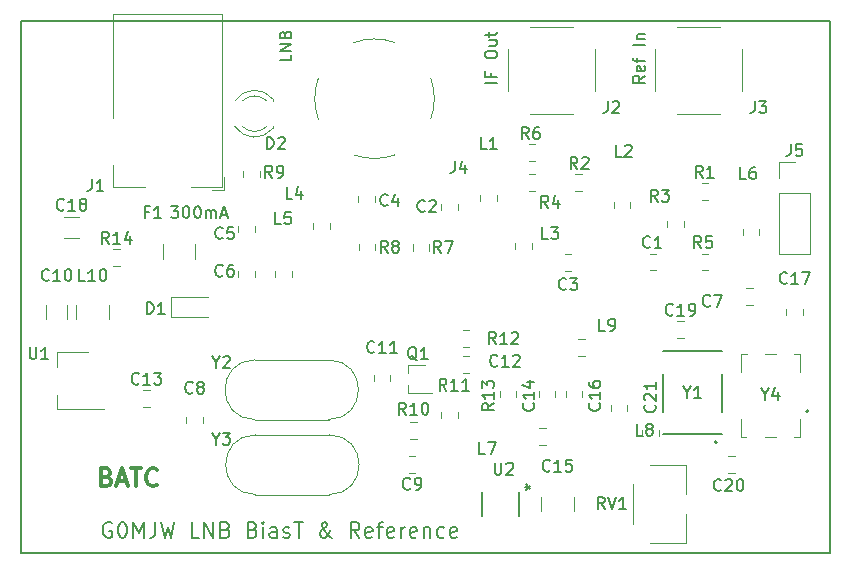
<source format=gbr>
%TF.GenerationSoftware,KiCad,Pcbnew,(5.1.2)-2*%
%TF.CreationDate,2019-08-18T23:04:57+01:00*%
%TF.ProjectId,ReferenceBias,52656665-7265-46e6-9365-426961732e6b,rev?*%
%TF.SameCoordinates,Original*%
%TF.FileFunction,Legend,Top*%
%TF.FilePolarity,Positive*%
%FSLAX46Y46*%
G04 Gerber Fmt 4.6, Leading zero omitted, Abs format (unit mm)*
G04 Created by KiCad (PCBNEW (5.1.2)-2) date 2019-08-18 23:04:57*
%MOMM*%
%LPD*%
G04 APERTURE LIST*
%ADD10C,0.375000*%
%ADD11C,0.200000*%
%ADD12C,0.150000*%
%ADD13C,0.120000*%
%ADD14C,0.100000*%
%ADD15C,0.127000*%
%ADD16C,0.152400*%
G04 APERTURE END LIST*
D10*
X35734857Y-147593857D02*
X35949142Y-147665285D01*
X36020571Y-147736714D01*
X36092000Y-147879571D01*
X36092000Y-148093857D01*
X36020571Y-148236714D01*
X35949142Y-148308142D01*
X35806285Y-148379571D01*
X35234857Y-148379571D01*
X35234857Y-146879571D01*
X35734857Y-146879571D01*
X35877714Y-146951000D01*
X35949142Y-147022428D01*
X36020571Y-147165285D01*
X36020571Y-147308142D01*
X35949142Y-147451000D01*
X35877714Y-147522428D01*
X35734857Y-147593857D01*
X35234857Y-147593857D01*
X36663428Y-147951000D02*
X37377714Y-147951000D01*
X36520571Y-148379571D02*
X37020571Y-146879571D01*
X37520571Y-148379571D01*
X37806285Y-146879571D02*
X38663428Y-146879571D01*
X38234857Y-148379571D02*
X38234857Y-146879571D01*
X40020571Y-148236714D02*
X39949142Y-148308142D01*
X39734857Y-148379571D01*
X39592000Y-148379571D01*
X39377714Y-148308142D01*
X39234857Y-148165285D01*
X39163428Y-148022428D01*
X39092000Y-147736714D01*
X39092000Y-147522428D01*
X39163428Y-147236714D01*
X39234857Y-147093857D01*
X39377714Y-146951000D01*
X39592000Y-146879571D01*
X39734857Y-146879571D01*
X39949142Y-146951000D01*
X40020571Y-147022428D01*
D11*
X41180047Y-124674380D02*
X41799095Y-124674380D01*
X41465761Y-125055333D01*
X41608619Y-125055333D01*
X41703857Y-125102952D01*
X41751476Y-125150571D01*
X41799095Y-125245809D01*
X41799095Y-125483904D01*
X41751476Y-125579142D01*
X41703857Y-125626761D01*
X41608619Y-125674380D01*
X41322904Y-125674380D01*
X41227666Y-125626761D01*
X41180047Y-125579142D01*
X42418142Y-124674380D02*
X42513380Y-124674380D01*
X42608619Y-124722000D01*
X42656238Y-124769619D01*
X42703857Y-124864857D01*
X42751476Y-125055333D01*
X42751476Y-125293428D01*
X42703857Y-125483904D01*
X42656238Y-125579142D01*
X42608619Y-125626761D01*
X42513380Y-125674380D01*
X42418142Y-125674380D01*
X42322904Y-125626761D01*
X42275285Y-125579142D01*
X42227666Y-125483904D01*
X42180047Y-125293428D01*
X42180047Y-125055333D01*
X42227666Y-124864857D01*
X42275285Y-124769619D01*
X42322904Y-124722000D01*
X42418142Y-124674380D01*
X43370523Y-124674380D02*
X43465761Y-124674380D01*
X43561000Y-124722000D01*
X43608619Y-124769619D01*
X43656238Y-124864857D01*
X43703857Y-125055333D01*
X43703857Y-125293428D01*
X43656238Y-125483904D01*
X43608619Y-125579142D01*
X43561000Y-125626761D01*
X43465761Y-125674380D01*
X43370523Y-125674380D01*
X43275285Y-125626761D01*
X43227666Y-125579142D01*
X43180047Y-125483904D01*
X43132428Y-125293428D01*
X43132428Y-125055333D01*
X43180047Y-124864857D01*
X43227666Y-124769619D01*
X43275285Y-124722000D01*
X43370523Y-124674380D01*
X44132428Y-125674380D02*
X44132428Y-125007714D01*
X44132428Y-125102952D02*
X44180047Y-125055333D01*
X44275285Y-125007714D01*
X44418142Y-125007714D01*
X44513380Y-125055333D01*
X44561000Y-125150571D01*
X44561000Y-125674380D01*
X44561000Y-125150571D02*
X44608619Y-125055333D01*
X44703857Y-125007714D01*
X44846714Y-125007714D01*
X44941952Y-125055333D01*
X44989571Y-125150571D01*
X44989571Y-125674380D01*
X45418142Y-125388666D02*
X45894333Y-125388666D01*
X45322904Y-125674380D02*
X45656238Y-124674380D01*
X45989571Y-125674380D01*
X36149952Y-151496000D02*
X36026142Y-151434095D01*
X35840428Y-151434095D01*
X35654714Y-151496000D01*
X35530904Y-151619809D01*
X35468999Y-151743619D01*
X35407095Y-151991238D01*
X35407095Y-152176952D01*
X35468999Y-152424571D01*
X35530904Y-152548380D01*
X35654714Y-152672190D01*
X35840428Y-152734095D01*
X35964238Y-152734095D01*
X36149952Y-152672190D01*
X36211857Y-152610285D01*
X36211857Y-152176952D01*
X35964238Y-152176952D01*
X37016619Y-151434095D02*
X37140428Y-151434095D01*
X37264238Y-151496000D01*
X37326142Y-151557904D01*
X37388047Y-151681714D01*
X37449952Y-151929333D01*
X37449952Y-152238857D01*
X37388047Y-152486476D01*
X37326142Y-152610285D01*
X37264238Y-152672190D01*
X37140428Y-152734095D01*
X37016619Y-152734095D01*
X36892809Y-152672190D01*
X36830904Y-152610285D01*
X36768999Y-152486476D01*
X36707095Y-152238857D01*
X36707095Y-151929333D01*
X36768999Y-151681714D01*
X36830904Y-151557904D01*
X36892809Y-151496000D01*
X37016619Y-151434095D01*
X38007095Y-152734095D02*
X38007095Y-151434095D01*
X38440428Y-152362666D01*
X38873761Y-151434095D01*
X38873761Y-152734095D01*
X39864238Y-151434095D02*
X39864238Y-152362666D01*
X39802333Y-152548380D01*
X39678523Y-152672190D01*
X39492809Y-152734095D01*
X39368999Y-152734095D01*
X40359476Y-151434095D02*
X40668999Y-152734095D01*
X40916619Y-151805523D01*
X41164238Y-152734095D01*
X41473761Y-151434095D01*
X43578523Y-152734095D02*
X42959476Y-152734095D01*
X42959476Y-151434095D01*
X44011857Y-152734095D02*
X44011857Y-151434095D01*
X44754714Y-152734095D01*
X44754714Y-151434095D01*
X45807095Y-152053142D02*
X45992809Y-152115047D01*
X46054714Y-152176952D01*
X46116619Y-152300761D01*
X46116619Y-152486476D01*
X46054714Y-152610285D01*
X45992809Y-152672190D01*
X45868999Y-152734095D01*
X45373761Y-152734095D01*
X45373761Y-151434095D01*
X45807095Y-151434095D01*
X45930904Y-151496000D01*
X45992809Y-151557904D01*
X46054714Y-151681714D01*
X46054714Y-151805523D01*
X45992809Y-151929333D01*
X45930904Y-151991238D01*
X45807095Y-152053142D01*
X45373761Y-152053142D01*
X48097571Y-152053142D02*
X48283285Y-152115047D01*
X48345190Y-152176952D01*
X48407095Y-152300761D01*
X48407095Y-152486476D01*
X48345190Y-152610285D01*
X48283285Y-152672190D01*
X48159476Y-152734095D01*
X47664238Y-152734095D01*
X47664238Y-151434095D01*
X48097571Y-151434095D01*
X48221380Y-151496000D01*
X48283285Y-151557904D01*
X48345190Y-151681714D01*
X48345190Y-151805523D01*
X48283285Y-151929333D01*
X48221380Y-151991238D01*
X48097571Y-152053142D01*
X47664238Y-152053142D01*
X48964238Y-152734095D02*
X48964238Y-151867428D01*
X48964238Y-151434095D02*
X48902333Y-151496000D01*
X48964238Y-151557904D01*
X49026142Y-151496000D01*
X48964238Y-151434095D01*
X48964238Y-151557904D01*
X50140428Y-152734095D02*
X50140428Y-152053142D01*
X50078523Y-151929333D01*
X49954714Y-151867428D01*
X49707095Y-151867428D01*
X49583285Y-151929333D01*
X50140428Y-152672190D02*
X50016619Y-152734095D01*
X49707095Y-152734095D01*
X49583285Y-152672190D01*
X49521380Y-152548380D01*
X49521380Y-152424571D01*
X49583285Y-152300761D01*
X49707095Y-152238857D01*
X50016619Y-152238857D01*
X50140428Y-152176952D01*
X50697571Y-152672190D02*
X50821380Y-152734095D01*
X51068999Y-152734095D01*
X51192809Y-152672190D01*
X51254714Y-152548380D01*
X51254714Y-152486476D01*
X51192809Y-152362666D01*
X51068999Y-152300761D01*
X50883285Y-152300761D01*
X50759476Y-152238857D01*
X50697571Y-152115047D01*
X50697571Y-152053142D01*
X50759476Y-151929333D01*
X50883285Y-151867428D01*
X51068999Y-151867428D01*
X51192809Y-151929333D01*
X51626142Y-151434095D02*
X52369000Y-151434095D01*
X51997571Y-152734095D02*
X51997571Y-151434095D01*
X54845190Y-152734095D02*
X54783285Y-152734095D01*
X54659476Y-152672190D01*
X54473761Y-152486476D01*
X54164238Y-152115047D01*
X54040428Y-151929333D01*
X53978523Y-151743619D01*
X53978523Y-151619809D01*
X54040428Y-151496000D01*
X54164238Y-151434095D01*
X54226142Y-151434095D01*
X54349952Y-151496000D01*
X54411857Y-151619809D01*
X54411857Y-151681714D01*
X54349952Y-151805523D01*
X54288047Y-151867428D01*
X53916619Y-152115047D01*
X53854714Y-152176952D01*
X53792809Y-152300761D01*
X53792809Y-152486476D01*
X53854714Y-152610285D01*
X53916619Y-152672190D01*
X54040428Y-152734095D01*
X54226142Y-152734095D01*
X54349952Y-152672190D01*
X54411857Y-152610285D01*
X54597571Y-152362666D01*
X54659476Y-152176952D01*
X54659476Y-152053142D01*
X57135666Y-152734095D02*
X56702333Y-152115047D01*
X56392809Y-152734095D02*
X56392809Y-151434095D01*
X56888047Y-151434095D01*
X57011857Y-151496000D01*
X57073761Y-151557904D01*
X57135666Y-151681714D01*
X57135666Y-151867428D01*
X57073761Y-151991238D01*
X57011857Y-152053142D01*
X56888047Y-152115047D01*
X56392809Y-152115047D01*
X58188047Y-152672190D02*
X58064238Y-152734095D01*
X57816619Y-152734095D01*
X57692809Y-152672190D01*
X57630904Y-152548380D01*
X57630904Y-152053142D01*
X57692809Y-151929333D01*
X57816619Y-151867428D01*
X58064238Y-151867428D01*
X58188047Y-151929333D01*
X58249952Y-152053142D01*
X58249952Y-152176952D01*
X57630904Y-152300761D01*
X58621380Y-151867428D02*
X59116619Y-151867428D01*
X58807095Y-152734095D02*
X58807095Y-151619809D01*
X58868999Y-151496000D01*
X58992809Y-151434095D01*
X59116619Y-151434095D01*
X60045190Y-152672190D02*
X59921380Y-152734095D01*
X59673761Y-152734095D01*
X59549952Y-152672190D01*
X59488047Y-152548380D01*
X59488047Y-152053142D01*
X59549952Y-151929333D01*
X59673761Y-151867428D01*
X59921380Y-151867428D01*
X60045190Y-151929333D01*
X60107095Y-152053142D01*
X60107095Y-152176952D01*
X59488047Y-152300761D01*
X60664238Y-152734095D02*
X60664238Y-151867428D01*
X60664238Y-152115047D02*
X60726142Y-151991238D01*
X60788047Y-151929333D01*
X60911857Y-151867428D01*
X61035666Y-151867428D01*
X61964238Y-152672190D02*
X61840428Y-152734095D01*
X61592809Y-152734095D01*
X61468999Y-152672190D01*
X61407095Y-152548380D01*
X61407095Y-152053142D01*
X61468999Y-151929333D01*
X61592809Y-151867428D01*
X61840428Y-151867428D01*
X61964238Y-151929333D01*
X62026142Y-152053142D01*
X62026142Y-152176952D01*
X61407095Y-152300761D01*
X62583285Y-151867428D02*
X62583285Y-152734095D01*
X62583285Y-151991238D02*
X62645190Y-151929333D01*
X62768999Y-151867428D01*
X62954714Y-151867428D01*
X63078523Y-151929333D01*
X63140428Y-152053142D01*
X63140428Y-152734095D01*
X64316619Y-152672190D02*
X64192809Y-152734095D01*
X63945190Y-152734095D01*
X63821380Y-152672190D01*
X63759476Y-152610285D01*
X63697571Y-152486476D01*
X63697571Y-152115047D01*
X63759476Y-151991238D01*
X63821380Y-151929333D01*
X63945190Y-151867428D01*
X64192809Y-151867428D01*
X64316619Y-151929333D01*
X65368999Y-152672190D02*
X65245190Y-152734095D01*
X64997571Y-152734095D01*
X64873761Y-152672190D01*
X64811857Y-152548380D01*
X64811857Y-152053142D01*
X64873761Y-151929333D01*
X64997571Y-151867428D01*
X65245190Y-151867428D01*
X65368999Y-151929333D01*
X65430904Y-152053142D01*
X65430904Y-152176952D01*
X64811857Y-152300761D01*
D12*
X28500000Y-109000000D02*
X28500000Y-154000000D01*
X97000000Y-154000000D02*
X28500000Y-154000000D01*
X97000000Y-109000000D02*
X97000000Y-154000000D01*
X28500000Y-109000000D02*
X97000000Y-109000000D01*
D13*
X82498000Y-144149578D02*
X82498000Y-143632422D01*
X81078000Y-144149578D02*
X81078000Y-143632422D01*
X88387422Y-147268000D02*
X88904578Y-147268000D01*
X88387422Y-145848000D02*
X88904578Y-145848000D01*
X54587000Y-149083000D02*
G75*
G03X54587000Y-144033000I0J2525000D01*
G01*
X48337000Y-149083000D02*
G75*
G02X48337000Y-144033000I0J2525000D01*
G01*
X48337000Y-149083000D02*
X54587000Y-149083000D01*
X48337000Y-144033000D02*
X54587000Y-144033000D01*
D14*
X89448000Y-142716000D02*
X89448000Y-144216000D01*
X89448000Y-144216000D02*
X89858000Y-144216000D01*
X93948000Y-144216000D02*
X94448000Y-144216000D01*
X94448000Y-144216000D02*
X94448000Y-142716000D01*
X94448000Y-138716000D02*
X94448000Y-137216000D01*
X94448000Y-137216000D02*
X93948000Y-137216000D01*
X89448000Y-138716000D02*
X89448000Y-137216000D01*
X89448000Y-137216000D02*
X89948000Y-137216000D01*
X91448000Y-144216000D02*
X92448000Y-144216000D01*
X91448000Y-137216000D02*
X92448000Y-137216000D01*
D11*
X95048000Y-142116000D02*
X95048000Y-142116000D01*
X95048000Y-141916000D02*
X95048000Y-141916000D01*
X95048000Y-141916000D02*
G75*
G02X95048000Y-142116000I0J-100000D01*
G01*
X95048000Y-142116000D02*
G75*
G02X95048000Y-141916000I0J100000D01*
G01*
D13*
X48283000Y-137683000D02*
G75*
G03X48283000Y-142733000I0J-2525000D01*
G01*
X54533000Y-137683000D02*
G75*
G02X54533000Y-142733000I0J-2525000D01*
G01*
X54533000Y-137683000D02*
X48283000Y-137683000D01*
X54533000Y-142733000D02*
X48283000Y-142733000D01*
D11*
X87394000Y-144662000D02*
G75*
G03X87394000Y-144662000I-100000J0D01*
G01*
D15*
X87844000Y-142082000D02*
X87844000Y-138842000D01*
X82844000Y-142082000D02*
X82844000Y-138842000D01*
X82844000Y-136962000D02*
X87844000Y-136962000D01*
X82844000Y-143962000D02*
X87844000Y-143962000D01*
D16*
X67513200Y-148856700D02*
X67513200Y-150863300D01*
X70662800Y-150863300D02*
X70662800Y-148856700D01*
D13*
X31494000Y-141846000D02*
X31494000Y-140646000D01*
X35494000Y-141846000D02*
X31494000Y-141846000D01*
X31494000Y-137046000D02*
X34194000Y-137046000D01*
X31494000Y-138246000D02*
X31494000Y-137046000D01*
X81771000Y-146565000D02*
X84825000Y-146565000D01*
X81771000Y-153155000D02*
X84825000Y-153155000D01*
X84825000Y-149025000D02*
X84825000Y-146565000D01*
X84825000Y-153155000D02*
X84825000Y-150695000D01*
X80265000Y-151565000D02*
X80265000Y-148155000D01*
X36317422Y-129742000D02*
X36834578Y-129742000D01*
X36317422Y-128322000D02*
X36834578Y-128322000D01*
X70433000Y-140850252D02*
X70433000Y-140327748D01*
X69013000Y-140850252D02*
X69013000Y-140327748D01*
X65905748Y-136600000D02*
X66428252Y-136600000D01*
X65905748Y-135180000D02*
X66428252Y-135180000D01*
X65480000Y-142628252D02*
X65480000Y-142105748D01*
X64060000Y-142628252D02*
X64060000Y-142105748D01*
X61460748Y-144347000D02*
X61983252Y-144347000D01*
X61460748Y-142927000D02*
X61983252Y-142927000D01*
X62656000Y-138159000D02*
X61246000Y-138159000D01*
X61246000Y-140479000D02*
X63276000Y-140479000D01*
X61246000Y-140479000D02*
X61246000Y-139819000D01*
X61246000Y-138819000D02*
X61246000Y-138159000D01*
X33184000Y-133001936D02*
X33184000Y-134206064D01*
X35904000Y-133001936D02*
X35904000Y-134206064D01*
X76207252Y-137362000D02*
X75684748Y-137362000D01*
X76207252Y-135942000D02*
X75684748Y-135942000D01*
X78411000Y-141993252D02*
X78411000Y-141470748D01*
X79831000Y-141993252D02*
X79831000Y-141470748D01*
X72382748Y-143435000D02*
X72905252Y-143435000D01*
X72382748Y-144855000D02*
X72905252Y-144855000D01*
X91007000Y-126611748D02*
X91007000Y-127134252D01*
X89587000Y-126611748D02*
X89587000Y-127134252D01*
X51439051Y-130142283D02*
X51439051Y-130664787D01*
X50019051Y-130142283D02*
X50019051Y-130664787D01*
X54614051Y-126103748D02*
X54614051Y-126626252D01*
X53194051Y-126103748D02*
X53194051Y-126626252D01*
X71759051Y-127754748D02*
X71759051Y-128277252D01*
X70339051Y-127754748D02*
X70339051Y-128277252D01*
X78665000Y-124848252D02*
X78665000Y-124325748D01*
X80085000Y-124848252D02*
X80085000Y-124325748D01*
X68782000Y-123690748D02*
X68782000Y-124213252D01*
X67362000Y-123690748D02*
X67362000Y-124213252D01*
X92650000Y-128711000D02*
X95310000Y-128711000D01*
X92650000Y-123571000D02*
X92650000Y-128711000D01*
X95310000Y-123571000D02*
X95310000Y-128711000D01*
X92650000Y-123571000D02*
X95310000Y-123571000D01*
X92650000Y-122301000D02*
X92650000Y-120971000D01*
X92650000Y-120971000D02*
X93980000Y-120971000D01*
X41153000Y-132373000D02*
X44303000Y-132373000D01*
X41153000Y-134073000D02*
X44303000Y-134073000D01*
X41153000Y-132373000D02*
X41153000Y-134073000D01*
X84066748Y-135838000D02*
X84589252Y-135838000D01*
X84066748Y-134418000D02*
X84589252Y-134418000D01*
X33368064Y-125582000D02*
X32163936Y-125582000D01*
X33368064Y-127402000D02*
X32163936Y-127402000D01*
X94690000Y-133865252D02*
X94690000Y-133342748D01*
X93270000Y-133865252D02*
X93270000Y-133342748D01*
X76021000Y-140850252D02*
X76021000Y-140327748D01*
X74601000Y-140850252D02*
X74601000Y-140327748D01*
X75274000Y-150462064D02*
X75274000Y-149257936D01*
X72554000Y-150462064D02*
X72554000Y-149257936D01*
X73735000Y-140850252D02*
X73735000Y-140327748D01*
X72315000Y-140850252D02*
X72315000Y-140327748D01*
X38857422Y-141680000D02*
X39374578Y-141680000D01*
X38857422Y-140260000D02*
X39374578Y-140260000D01*
X66428252Y-137339000D02*
X65905748Y-137339000D01*
X66428252Y-138759000D02*
X65905748Y-138759000D01*
X58345000Y-138930748D02*
X58345000Y-139453252D01*
X59765000Y-138930748D02*
X59765000Y-139453252D01*
X32406000Y-134206064D02*
X32406000Y-133001936D01*
X30586000Y-134206064D02*
X30586000Y-133001936D01*
X61856252Y-145848000D02*
X61333748Y-145848000D01*
X61856252Y-147268000D02*
X61333748Y-147268000D01*
X43890000Y-143009252D02*
X43890000Y-142486748D01*
X42470000Y-143009252D02*
X42470000Y-142486748D01*
X89908748Y-133044000D02*
X90431252Y-133044000D01*
X89908748Y-131624000D02*
X90431252Y-131624000D01*
X63183589Y-117282663D02*
G75*
G03X63170000Y-113820000I-4763589J1712663D01*
G01*
X56707337Y-120333589D02*
G75*
G03X60170000Y-120320000I1712663J4763589D01*
G01*
X53656411Y-113857337D02*
G75*
G03X53670000Y-117320000I4763589J-1712663D01*
G01*
X60132663Y-110806411D02*
G75*
G03X56670000Y-110820000I-1712663J-4763589D01*
G01*
X63067000Y-128424613D02*
X63067000Y-127907457D01*
X61647000Y-128424613D02*
X61647000Y-127907457D01*
X82232303Y-128677535D02*
X81709799Y-128677535D01*
X82232303Y-130097535D02*
X81709799Y-130097535D01*
X65480000Y-124452748D02*
X65480000Y-124975252D01*
X64060000Y-124452748D02*
X64060000Y-124975252D01*
X75064252Y-130123000D02*
X74541748Y-130123000D01*
X75064252Y-128703000D02*
X74541748Y-128703000D01*
X57004051Y-123792283D02*
X57004051Y-124314787D01*
X58424051Y-123792283D02*
X58424051Y-124314787D01*
X48264051Y-126854787D02*
X48264051Y-126332283D01*
X46844051Y-126854787D02*
X46844051Y-126332283D01*
X48264051Y-130142283D02*
X48264051Y-130664787D01*
X46844051Y-130142283D02*
X46844051Y-130664787D01*
X40479051Y-129100599D02*
X40479051Y-127896471D01*
X43199051Y-129100599D02*
X43199051Y-127896471D01*
X44644000Y-123274000D02*
X45694000Y-123274000D01*
X45694000Y-122224000D02*
X45694000Y-123274000D01*
X36294000Y-117174000D02*
X36294000Y-108374000D01*
X36294000Y-108374000D02*
X45494000Y-108374000D01*
X38994000Y-123074000D02*
X36294000Y-123074000D01*
X36294000Y-123074000D02*
X36294000Y-121174000D01*
X45494000Y-108374000D02*
X45494000Y-123074000D01*
X45494000Y-123074000D02*
X42894000Y-123074000D01*
X77086000Y-111357000D02*
X77086000Y-114957000D01*
X69726000Y-111357000D02*
X69726000Y-114957000D01*
X75206000Y-116837000D02*
X71606000Y-116837000D01*
X75206000Y-109477000D02*
X71606000Y-109477000D01*
X89532000Y-111357000D02*
X89532000Y-114957000D01*
X82172000Y-111357000D02*
X82172000Y-114957000D01*
X87652000Y-116837000D02*
X84052000Y-116837000D01*
X87652000Y-109477000D02*
X84052000Y-109477000D01*
X86157473Y-124154000D02*
X86674629Y-124154000D01*
X86157473Y-122734000D02*
X86674629Y-122734000D01*
X75433422Y-123392000D02*
X75950578Y-123392000D01*
X75433422Y-121972000D02*
X75950578Y-121972000D01*
X83166051Y-125953957D02*
X83166051Y-126471113D01*
X84586051Y-125953957D02*
X84586051Y-126471113D01*
X72013578Y-123392000D02*
X71496422Y-123392000D01*
X72013578Y-121972000D02*
X71496422Y-121972000D01*
X86157473Y-128677535D02*
X86674629Y-128677535D01*
X86157473Y-130097535D02*
X86674629Y-130097535D01*
X71496422Y-119432000D02*
X72013578Y-119432000D01*
X71496422Y-120852000D02*
X72013578Y-120852000D01*
X58495000Y-127884422D02*
X58495000Y-128401578D01*
X57075000Y-127884422D02*
X57075000Y-128401578D01*
X46587665Y-117918608D02*
G75*
G03X49820000Y-118075516I1672335J1078608D01*
G01*
X46587665Y-115761392D02*
G75*
G02X49820000Y-115604484I1672335J-1078608D01*
G01*
X47218870Y-117919837D02*
G75*
G03X49300961Y-117920000I1041130J1079837D01*
G01*
X47218870Y-115760163D02*
G75*
G02X49300961Y-115760000I1041130J-1079837D01*
G01*
X49820000Y-118076000D02*
X49820000Y-117920000D01*
X49820000Y-115760000D02*
X49820000Y-115604000D01*
X48716000Y-121661422D02*
X48716000Y-122178578D01*
X47296000Y-121661422D02*
X47296000Y-122178578D01*
D12*
X82145142Y-141485857D02*
X82192761Y-141533476D01*
X82240380Y-141676333D01*
X82240380Y-141771571D01*
X82192761Y-141914428D01*
X82097523Y-142009666D01*
X82002285Y-142057285D01*
X81811809Y-142104904D01*
X81668952Y-142104904D01*
X81478476Y-142057285D01*
X81383238Y-142009666D01*
X81288000Y-141914428D01*
X81240380Y-141771571D01*
X81240380Y-141676333D01*
X81288000Y-141533476D01*
X81335619Y-141485857D01*
X81335619Y-141104904D02*
X81288000Y-141057285D01*
X81240380Y-140962047D01*
X81240380Y-140723952D01*
X81288000Y-140628714D01*
X81335619Y-140581095D01*
X81430857Y-140533476D01*
X81526095Y-140533476D01*
X81668952Y-140581095D01*
X82240380Y-141152523D01*
X82240380Y-140533476D01*
X82240380Y-139581095D02*
X82240380Y-140152523D01*
X82240380Y-139866809D02*
X81240380Y-139866809D01*
X81383238Y-139962047D01*
X81478476Y-140057285D01*
X81526095Y-140152523D01*
X87749142Y-148693142D02*
X87701523Y-148740761D01*
X87558666Y-148788380D01*
X87463428Y-148788380D01*
X87320571Y-148740761D01*
X87225333Y-148645523D01*
X87177714Y-148550285D01*
X87130095Y-148359809D01*
X87130095Y-148216952D01*
X87177714Y-148026476D01*
X87225333Y-147931238D01*
X87320571Y-147836000D01*
X87463428Y-147788380D01*
X87558666Y-147788380D01*
X87701523Y-147836000D01*
X87749142Y-147883619D01*
X88130095Y-147883619D02*
X88177714Y-147836000D01*
X88272952Y-147788380D01*
X88511047Y-147788380D01*
X88606285Y-147836000D01*
X88653904Y-147883619D01*
X88701523Y-147978857D01*
X88701523Y-148074095D01*
X88653904Y-148216952D01*
X88082476Y-148788380D01*
X88701523Y-148788380D01*
X89320571Y-147788380D02*
X89415809Y-147788380D01*
X89511047Y-147836000D01*
X89558666Y-147883619D01*
X89606285Y-147978857D01*
X89653904Y-148169333D01*
X89653904Y-148407428D01*
X89606285Y-148597904D01*
X89558666Y-148693142D01*
X89511047Y-148740761D01*
X89415809Y-148788380D01*
X89320571Y-148788380D01*
X89225333Y-148740761D01*
X89177714Y-148693142D01*
X89130095Y-148597904D01*
X89082476Y-148407428D01*
X89082476Y-148169333D01*
X89130095Y-147978857D01*
X89177714Y-147883619D01*
X89225333Y-147836000D01*
X89320571Y-147788380D01*
X44989809Y-144375190D02*
X44989809Y-144851380D01*
X44656476Y-143851380D02*
X44989809Y-144375190D01*
X45323142Y-143851380D01*
X45561238Y-143851380D02*
X46180285Y-143851380D01*
X45846952Y-144232333D01*
X45989809Y-144232333D01*
X46085047Y-144279952D01*
X46132666Y-144327571D01*
X46180285Y-144422809D01*
X46180285Y-144660904D01*
X46132666Y-144756142D01*
X46085047Y-144803761D01*
X45989809Y-144851380D01*
X45704095Y-144851380D01*
X45608857Y-144803761D01*
X45561238Y-144756142D01*
X91471809Y-140565190D02*
X91471809Y-141041380D01*
X91138476Y-140041380D02*
X91471809Y-140565190D01*
X91805142Y-140041380D01*
X92567047Y-140374714D02*
X92567047Y-141041380D01*
X92328952Y-139993761D02*
X92090857Y-140708047D01*
X92709904Y-140708047D01*
X44989809Y-137898190D02*
X44989809Y-138374380D01*
X44656476Y-137374380D02*
X44989809Y-137898190D01*
X45323142Y-137374380D01*
X45608857Y-137469619D02*
X45656476Y-137422000D01*
X45751714Y-137374380D01*
X45989809Y-137374380D01*
X46085047Y-137422000D01*
X46132666Y-137469619D01*
X46180285Y-137564857D01*
X46180285Y-137660095D01*
X46132666Y-137802952D01*
X45561238Y-138374380D01*
X46180285Y-138374380D01*
X84867809Y-140438190D02*
X84867809Y-140914380D01*
X84534476Y-139914380D02*
X84867809Y-140438190D01*
X85201142Y-139914380D01*
X86058285Y-140914380D02*
X85486857Y-140914380D01*
X85772571Y-140914380D02*
X85772571Y-139914380D01*
X85677333Y-140057238D01*
X85582095Y-140152476D01*
X85486857Y-140200095D01*
X68580095Y-146391380D02*
X68580095Y-147200904D01*
X68627714Y-147296142D01*
X68675333Y-147343761D01*
X68770571Y-147391380D01*
X68961047Y-147391380D01*
X69056285Y-147343761D01*
X69103904Y-147296142D01*
X69151523Y-147200904D01*
X69151523Y-146391380D01*
X69580095Y-146486619D02*
X69627714Y-146439000D01*
X69722952Y-146391380D01*
X69961047Y-146391380D01*
X70056285Y-146439000D01*
X70103904Y-146486619D01*
X70151523Y-146581857D01*
X70151523Y-146677095D01*
X70103904Y-146819952D01*
X69532476Y-147391380D01*
X70151523Y-147391380D01*
X71141380Y-148463000D02*
X71379476Y-148463000D01*
X71284238Y-148701095D02*
X71379476Y-148463000D01*
X71284238Y-148224904D01*
X71569952Y-148605857D02*
X71379476Y-148463000D01*
X71569952Y-148320142D01*
X29210095Y-136612380D02*
X29210095Y-137421904D01*
X29257714Y-137517142D01*
X29305333Y-137564761D01*
X29400571Y-137612380D01*
X29591047Y-137612380D01*
X29686285Y-137564761D01*
X29733904Y-137517142D01*
X29781523Y-137421904D01*
X29781523Y-136612380D01*
X30781523Y-137612380D02*
X30210095Y-137612380D01*
X30495809Y-137612380D02*
X30495809Y-136612380D01*
X30400571Y-136755238D01*
X30305333Y-136850476D01*
X30210095Y-136898095D01*
X77890761Y-150312380D02*
X77557428Y-149836190D01*
X77319333Y-150312380D02*
X77319333Y-149312380D01*
X77700285Y-149312380D01*
X77795523Y-149360000D01*
X77843142Y-149407619D01*
X77890761Y-149502857D01*
X77890761Y-149645714D01*
X77843142Y-149740952D01*
X77795523Y-149788571D01*
X77700285Y-149836190D01*
X77319333Y-149836190D01*
X78176476Y-149312380D02*
X78509809Y-150312380D01*
X78843142Y-149312380D01*
X79700285Y-150312380D02*
X79128857Y-150312380D01*
X79414571Y-150312380D02*
X79414571Y-149312380D01*
X79319333Y-149455238D01*
X79224095Y-149550476D01*
X79128857Y-149598095D01*
X35933142Y-127834380D02*
X35599809Y-127358190D01*
X35361714Y-127834380D02*
X35361714Y-126834380D01*
X35742666Y-126834380D01*
X35837904Y-126882000D01*
X35885523Y-126929619D01*
X35933142Y-127024857D01*
X35933142Y-127167714D01*
X35885523Y-127262952D01*
X35837904Y-127310571D01*
X35742666Y-127358190D01*
X35361714Y-127358190D01*
X36885523Y-127834380D02*
X36314095Y-127834380D01*
X36599809Y-127834380D02*
X36599809Y-126834380D01*
X36504571Y-126977238D01*
X36409333Y-127072476D01*
X36314095Y-127120095D01*
X37742666Y-127167714D02*
X37742666Y-127834380D01*
X37504571Y-126786761D02*
X37266476Y-127501047D01*
X37885523Y-127501047D01*
X68524380Y-141358857D02*
X68048190Y-141692190D01*
X68524380Y-141930285D02*
X67524380Y-141930285D01*
X67524380Y-141549333D01*
X67572000Y-141454095D01*
X67619619Y-141406476D01*
X67714857Y-141358857D01*
X67857714Y-141358857D01*
X67952952Y-141406476D01*
X68000571Y-141454095D01*
X68048190Y-141549333D01*
X68048190Y-141930285D01*
X68524380Y-140406476D02*
X68524380Y-140977904D01*
X68524380Y-140692190D02*
X67524380Y-140692190D01*
X67667238Y-140787428D01*
X67762476Y-140882666D01*
X67810095Y-140977904D01*
X67524380Y-140073142D02*
X67524380Y-139454095D01*
X67905333Y-139787428D01*
X67905333Y-139644571D01*
X67952952Y-139549333D01*
X68000571Y-139501714D01*
X68095809Y-139454095D01*
X68333904Y-139454095D01*
X68429142Y-139501714D01*
X68476761Y-139549333D01*
X68524380Y-139644571D01*
X68524380Y-139930285D01*
X68476761Y-140025523D01*
X68429142Y-140073142D01*
X68699142Y-136342380D02*
X68365809Y-135866190D01*
X68127714Y-136342380D02*
X68127714Y-135342380D01*
X68508666Y-135342380D01*
X68603904Y-135390000D01*
X68651523Y-135437619D01*
X68699142Y-135532857D01*
X68699142Y-135675714D01*
X68651523Y-135770952D01*
X68603904Y-135818571D01*
X68508666Y-135866190D01*
X68127714Y-135866190D01*
X69651523Y-136342380D02*
X69080095Y-136342380D01*
X69365809Y-136342380D02*
X69365809Y-135342380D01*
X69270571Y-135485238D01*
X69175333Y-135580476D01*
X69080095Y-135628095D01*
X70032476Y-135437619D02*
X70080095Y-135390000D01*
X70175333Y-135342380D01*
X70413428Y-135342380D01*
X70508666Y-135390000D01*
X70556285Y-135437619D01*
X70603904Y-135532857D01*
X70603904Y-135628095D01*
X70556285Y-135770952D01*
X69984857Y-136342380D01*
X70603904Y-136342380D01*
X64508142Y-140279380D02*
X64174809Y-139803190D01*
X63936714Y-140279380D02*
X63936714Y-139279380D01*
X64317666Y-139279380D01*
X64412904Y-139327000D01*
X64460523Y-139374619D01*
X64508142Y-139469857D01*
X64508142Y-139612714D01*
X64460523Y-139707952D01*
X64412904Y-139755571D01*
X64317666Y-139803190D01*
X63936714Y-139803190D01*
X65460523Y-140279380D02*
X64889095Y-140279380D01*
X65174809Y-140279380D02*
X65174809Y-139279380D01*
X65079571Y-139422238D01*
X64984333Y-139517476D01*
X64889095Y-139565095D01*
X66412904Y-140279380D02*
X65841476Y-140279380D01*
X66127190Y-140279380D02*
X66127190Y-139279380D01*
X66031952Y-139422238D01*
X65936714Y-139517476D01*
X65841476Y-139565095D01*
X61079142Y-142311380D02*
X60745809Y-141835190D01*
X60507714Y-142311380D02*
X60507714Y-141311380D01*
X60888666Y-141311380D01*
X60983904Y-141359000D01*
X61031523Y-141406619D01*
X61079142Y-141501857D01*
X61079142Y-141644714D01*
X61031523Y-141739952D01*
X60983904Y-141787571D01*
X60888666Y-141835190D01*
X60507714Y-141835190D01*
X62031523Y-142311380D02*
X61460095Y-142311380D01*
X61745809Y-142311380D02*
X61745809Y-141311380D01*
X61650571Y-141454238D01*
X61555333Y-141549476D01*
X61460095Y-141597095D01*
X62650571Y-141311380D02*
X62745809Y-141311380D01*
X62841047Y-141359000D01*
X62888666Y-141406619D01*
X62936285Y-141501857D01*
X62983904Y-141692333D01*
X62983904Y-141930428D01*
X62936285Y-142120904D01*
X62888666Y-142216142D01*
X62841047Y-142263761D01*
X62745809Y-142311380D01*
X62650571Y-142311380D01*
X62555333Y-142263761D01*
X62507714Y-142216142D01*
X62460095Y-142120904D01*
X62412476Y-141930428D01*
X62412476Y-141692333D01*
X62460095Y-141501857D01*
X62507714Y-141406619D01*
X62555333Y-141359000D01*
X62650571Y-141311380D01*
X62007761Y-137707619D02*
X61912523Y-137660000D01*
X61817285Y-137564761D01*
X61674428Y-137421904D01*
X61579190Y-137374285D01*
X61483952Y-137374285D01*
X61531571Y-137612380D02*
X61436333Y-137564761D01*
X61341095Y-137469523D01*
X61293476Y-137279047D01*
X61293476Y-136945714D01*
X61341095Y-136755238D01*
X61436333Y-136660000D01*
X61531571Y-136612380D01*
X61722047Y-136612380D01*
X61817285Y-136660000D01*
X61912523Y-136755238D01*
X61960142Y-136945714D01*
X61960142Y-137279047D01*
X61912523Y-137469523D01*
X61817285Y-137564761D01*
X61722047Y-137612380D01*
X61531571Y-137612380D01*
X62912523Y-137612380D02*
X62341095Y-137612380D01*
X62626809Y-137612380D02*
X62626809Y-136612380D01*
X62531571Y-136755238D01*
X62436333Y-136850476D01*
X62341095Y-136898095D01*
X33901142Y-131008380D02*
X33424952Y-131008380D01*
X33424952Y-130008380D01*
X34758285Y-131008380D02*
X34186857Y-131008380D01*
X34472571Y-131008380D02*
X34472571Y-130008380D01*
X34377333Y-130151238D01*
X34282095Y-130246476D01*
X34186857Y-130294095D01*
X35377333Y-130008380D02*
X35472571Y-130008380D01*
X35567809Y-130056000D01*
X35615428Y-130103619D01*
X35663047Y-130198857D01*
X35710666Y-130389333D01*
X35710666Y-130627428D01*
X35663047Y-130817904D01*
X35615428Y-130913142D01*
X35567809Y-130960761D01*
X35472571Y-131008380D01*
X35377333Y-131008380D01*
X35282095Y-130960761D01*
X35234476Y-130913142D01*
X35186857Y-130817904D01*
X35139238Y-130627428D01*
X35139238Y-130389333D01*
X35186857Y-130198857D01*
X35234476Y-130103619D01*
X35282095Y-130056000D01*
X35377333Y-130008380D01*
X77938333Y-135199380D02*
X77462142Y-135199380D01*
X77462142Y-134199380D01*
X78319285Y-135199380D02*
X78509761Y-135199380D01*
X78605000Y-135151761D01*
X78652619Y-135104142D01*
X78747857Y-134961285D01*
X78795476Y-134770809D01*
X78795476Y-134389857D01*
X78747857Y-134294619D01*
X78700238Y-134247000D01*
X78605000Y-134199380D01*
X78414523Y-134199380D01*
X78319285Y-134247000D01*
X78271666Y-134294619D01*
X78224047Y-134389857D01*
X78224047Y-134627952D01*
X78271666Y-134723190D01*
X78319285Y-134770809D01*
X78414523Y-134818428D01*
X78605000Y-134818428D01*
X78700238Y-134770809D01*
X78747857Y-134723190D01*
X78795476Y-134627952D01*
X81113333Y-144089380D02*
X80637142Y-144089380D01*
X80637142Y-143089380D01*
X81589523Y-143517952D02*
X81494285Y-143470333D01*
X81446666Y-143422714D01*
X81399047Y-143327476D01*
X81399047Y-143279857D01*
X81446666Y-143184619D01*
X81494285Y-143137000D01*
X81589523Y-143089380D01*
X81780000Y-143089380D01*
X81875238Y-143137000D01*
X81922857Y-143184619D01*
X81970476Y-143279857D01*
X81970476Y-143327476D01*
X81922857Y-143422714D01*
X81875238Y-143470333D01*
X81780000Y-143517952D01*
X81589523Y-143517952D01*
X81494285Y-143565571D01*
X81446666Y-143613190D01*
X81399047Y-143708428D01*
X81399047Y-143898904D01*
X81446666Y-143994142D01*
X81494285Y-144041761D01*
X81589523Y-144089380D01*
X81780000Y-144089380D01*
X81875238Y-144041761D01*
X81922857Y-143994142D01*
X81970476Y-143898904D01*
X81970476Y-143708428D01*
X81922857Y-143613190D01*
X81875238Y-143565571D01*
X81780000Y-143517952D01*
X67778333Y-145613380D02*
X67302142Y-145613380D01*
X67302142Y-144613380D01*
X68016428Y-144613380D02*
X68683095Y-144613380D01*
X68254523Y-145613380D01*
X89876333Y-122372380D02*
X89400142Y-122372380D01*
X89400142Y-121372380D01*
X90638238Y-121372380D02*
X90447761Y-121372380D01*
X90352523Y-121420000D01*
X90304904Y-121467619D01*
X90209666Y-121610476D01*
X90162047Y-121800952D01*
X90162047Y-122181904D01*
X90209666Y-122277142D01*
X90257285Y-122324761D01*
X90352523Y-122372380D01*
X90543000Y-122372380D01*
X90638238Y-122324761D01*
X90685857Y-122277142D01*
X90733476Y-122181904D01*
X90733476Y-121943809D01*
X90685857Y-121848571D01*
X90638238Y-121800952D01*
X90543000Y-121753333D01*
X90352523Y-121753333D01*
X90257285Y-121800952D01*
X90209666Y-121848571D01*
X90162047Y-121943809D01*
X50506333Y-126182380D02*
X50030142Y-126182380D01*
X50030142Y-125182380D01*
X51315857Y-125182380D02*
X50839666Y-125182380D01*
X50792047Y-125658571D01*
X50839666Y-125610952D01*
X50934904Y-125563333D01*
X51173000Y-125563333D01*
X51268238Y-125610952D01*
X51315857Y-125658571D01*
X51363476Y-125753809D01*
X51363476Y-125991904D01*
X51315857Y-126087142D01*
X51268238Y-126134761D01*
X51173000Y-126182380D01*
X50934904Y-126182380D01*
X50839666Y-126134761D01*
X50792047Y-126087142D01*
X51451384Y-124023380D02*
X50975193Y-124023380D01*
X50975193Y-123023380D01*
X52213289Y-123356714D02*
X52213289Y-124023380D01*
X51975193Y-122975761D02*
X51737098Y-123690047D01*
X52356146Y-123690047D01*
X73112333Y-127452380D02*
X72636142Y-127452380D01*
X72636142Y-126452380D01*
X73350428Y-126452380D02*
X73969476Y-126452380D01*
X73636142Y-126833333D01*
X73779000Y-126833333D01*
X73874238Y-126880952D01*
X73921857Y-126928571D01*
X73969476Y-127023809D01*
X73969476Y-127261904D01*
X73921857Y-127357142D01*
X73874238Y-127404761D01*
X73779000Y-127452380D01*
X73493285Y-127452380D01*
X73398047Y-127404761D01*
X73350428Y-127357142D01*
X79335333Y-120467380D02*
X78859142Y-120467380D01*
X78859142Y-119467380D01*
X79621047Y-119562619D02*
X79668666Y-119515000D01*
X79763904Y-119467380D01*
X80002000Y-119467380D01*
X80097238Y-119515000D01*
X80144857Y-119562619D01*
X80192476Y-119657857D01*
X80192476Y-119753095D01*
X80144857Y-119895952D01*
X79573428Y-120467380D01*
X80192476Y-120467380D01*
X67905333Y-119832380D02*
X67429142Y-119832380D01*
X67429142Y-118832380D01*
X68762476Y-119832380D02*
X68191047Y-119832380D01*
X68476761Y-119832380D02*
X68476761Y-118832380D01*
X68381523Y-118975238D01*
X68286285Y-119070476D01*
X68191047Y-119118095D01*
X93646666Y-119423380D02*
X93646666Y-120137666D01*
X93599047Y-120280523D01*
X93503809Y-120375761D01*
X93360952Y-120423380D01*
X93265714Y-120423380D01*
X94599047Y-119423380D02*
X94122857Y-119423380D01*
X94075238Y-119899571D01*
X94122857Y-119851952D01*
X94218095Y-119804333D01*
X94456190Y-119804333D01*
X94551428Y-119851952D01*
X94599047Y-119899571D01*
X94646666Y-119994809D01*
X94646666Y-120232904D01*
X94599047Y-120328142D01*
X94551428Y-120375761D01*
X94456190Y-120423380D01*
X94218095Y-120423380D01*
X94122857Y-120375761D01*
X94075238Y-120328142D01*
X39139904Y-133802380D02*
X39139904Y-132802380D01*
X39378000Y-132802380D01*
X39520857Y-132850000D01*
X39616095Y-132945238D01*
X39663714Y-133040476D01*
X39711333Y-133230952D01*
X39711333Y-133373809D01*
X39663714Y-133564285D01*
X39616095Y-133659523D01*
X39520857Y-133754761D01*
X39378000Y-133802380D01*
X39139904Y-133802380D01*
X40663714Y-133802380D02*
X40092285Y-133802380D01*
X40378000Y-133802380D02*
X40378000Y-132802380D01*
X40282761Y-132945238D01*
X40187523Y-133040476D01*
X40092285Y-133088095D01*
X83685142Y-133835142D02*
X83637523Y-133882761D01*
X83494666Y-133930380D01*
X83399428Y-133930380D01*
X83256571Y-133882761D01*
X83161333Y-133787523D01*
X83113714Y-133692285D01*
X83066095Y-133501809D01*
X83066095Y-133358952D01*
X83113714Y-133168476D01*
X83161333Y-133073238D01*
X83256571Y-132978000D01*
X83399428Y-132930380D01*
X83494666Y-132930380D01*
X83637523Y-132978000D01*
X83685142Y-133025619D01*
X84637523Y-133930380D02*
X84066095Y-133930380D01*
X84351809Y-133930380D02*
X84351809Y-132930380D01*
X84256571Y-133073238D01*
X84161333Y-133168476D01*
X84066095Y-133216095D01*
X85113714Y-133930380D02*
X85304190Y-133930380D01*
X85399428Y-133882761D01*
X85447047Y-133835142D01*
X85542285Y-133692285D01*
X85589904Y-133501809D01*
X85589904Y-133120857D01*
X85542285Y-133025619D01*
X85494666Y-132978000D01*
X85399428Y-132930380D01*
X85208952Y-132930380D01*
X85113714Y-132978000D01*
X85066095Y-133025619D01*
X85018476Y-133120857D01*
X85018476Y-133358952D01*
X85066095Y-133454190D01*
X85113714Y-133501809D01*
X85208952Y-133549428D01*
X85399428Y-133549428D01*
X85494666Y-133501809D01*
X85542285Y-133454190D01*
X85589904Y-133358952D01*
X32123142Y-124944142D02*
X32075523Y-124991761D01*
X31932666Y-125039380D01*
X31837428Y-125039380D01*
X31694571Y-124991761D01*
X31599333Y-124896523D01*
X31551714Y-124801285D01*
X31504095Y-124610809D01*
X31504095Y-124467952D01*
X31551714Y-124277476D01*
X31599333Y-124182238D01*
X31694571Y-124087000D01*
X31837428Y-124039380D01*
X31932666Y-124039380D01*
X32075523Y-124087000D01*
X32123142Y-124134619D01*
X33075523Y-125039380D02*
X32504095Y-125039380D01*
X32789809Y-125039380D02*
X32789809Y-124039380D01*
X32694571Y-124182238D01*
X32599333Y-124277476D01*
X32504095Y-124325095D01*
X33646952Y-124467952D02*
X33551714Y-124420333D01*
X33504095Y-124372714D01*
X33456476Y-124277476D01*
X33456476Y-124229857D01*
X33504095Y-124134619D01*
X33551714Y-124087000D01*
X33646952Y-124039380D01*
X33837428Y-124039380D01*
X33932666Y-124087000D01*
X33980285Y-124134619D01*
X34027904Y-124229857D01*
X34027904Y-124277476D01*
X33980285Y-124372714D01*
X33932666Y-124420333D01*
X33837428Y-124467952D01*
X33646952Y-124467952D01*
X33551714Y-124515571D01*
X33504095Y-124563190D01*
X33456476Y-124658428D01*
X33456476Y-124848904D01*
X33504095Y-124944142D01*
X33551714Y-124991761D01*
X33646952Y-125039380D01*
X33837428Y-125039380D01*
X33932666Y-124991761D01*
X33980285Y-124944142D01*
X34027904Y-124848904D01*
X34027904Y-124658428D01*
X33980285Y-124563190D01*
X33932666Y-124515571D01*
X33837428Y-124467952D01*
X93337142Y-131167142D02*
X93289523Y-131214761D01*
X93146666Y-131262380D01*
X93051428Y-131262380D01*
X92908571Y-131214761D01*
X92813333Y-131119523D01*
X92765714Y-131024285D01*
X92718095Y-130833809D01*
X92718095Y-130690952D01*
X92765714Y-130500476D01*
X92813333Y-130405238D01*
X92908571Y-130310000D01*
X93051428Y-130262380D01*
X93146666Y-130262380D01*
X93289523Y-130310000D01*
X93337142Y-130357619D01*
X94289523Y-131262380D02*
X93718095Y-131262380D01*
X94003809Y-131262380D02*
X94003809Y-130262380D01*
X93908571Y-130405238D01*
X93813333Y-130500476D01*
X93718095Y-130548095D01*
X94622857Y-130262380D02*
X95289523Y-130262380D01*
X94860952Y-131262380D01*
X77446142Y-141358857D02*
X77493761Y-141406476D01*
X77541380Y-141549333D01*
X77541380Y-141644571D01*
X77493761Y-141787428D01*
X77398523Y-141882666D01*
X77303285Y-141930285D01*
X77112809Y-141977904D01*
X76969952Y-141977904D01*
X76779476Y-141930285D01*
X76684238Y-141882666D01*
X76589000Y-141787428D01*
X76541380Y-141644571D01*
X76541380Y-141549333D01*
X76589000Y-141406476D01*
X76636619Y-141358857D01*
X77541380Y-140406476D02*
X77541380Y-140977904D01*
X77541380Y-140692190D02*
X76541380Y-140692190D01*
X76684238Y-140787428D01*
X76779476Y-140882666D01*
X76827095Y-140977904D01*
X76541380Y-139549333D02*
X76541380Y-139739809D01*
X76589000Y-139835047D01*
X76636619Y-139882666D01*
X76779476Y-139977904D01*
X76969952Y-140025523D01*
X77350904Y-140025523D01*
X77446142Y-139977904D01*
X77493761Y-139930285D01*
X77541380Y-139835047D01*
X77541380Y-139644571D01*
X77493761Y-139549333D01*
X77446142Y-139501714D01*
X77350904Y-139454095D01*
X77112809Y-139454095D01*
X77017571Y-139501714D01*
X76969952Y-139549333D01*
X76922333Y-139644571D01*
X76922333Y-139835047D01*
X76969952Y-139930285D01*
X77017571Y-139977904D01*
X77112809Y-140025523D01*
X73271142Y-147042142D02*
X73223523Y-147089761D01*
X73080666Y-147137380D01*
X72985428Y-147137380D01*
X72842571Y-147089761D01*
X72747333Y-146994523D01*
X72699714Y-146899285D01*
X72652095Y-146708809D01*
X72652095Y-146565952D01*
X72699714Y-146375476D01*
X72747333Y-146280238D01*
X72842571Y-146185000D01*
X72985428Y-146137380D01*
X73080666Y-146137380D01*
X73223523Y-146185000D01*
X73271142Y-146232619D01*
X74223523Y-147137380D02*
X73652095Y-147137380D01*
X73937809Y-147137380D02*
X73937809Y-146137380D01*
X73842571Y-146280238D01*
X73747333Y-146375476D01*
X73652095Y-146423095D01*
X75128285Y-146137380D02*
X74652095Y-146137380D01*
X74604476Y-146613571D01*
X74652095Y-146565952D01*
X74747333Y-146518333D01*
X74985428Y-146518333D01*
X75080666Y-146565952D01*
X75128285Y-146613571D01*
X75175904Y-146708809D01*
X75175904Y-146946904D01*
X75128285Y-147042142D01*
X75080666Y-147089761D01*
X74985428Y-147137380D01*
X74747333Y-147137380D01*
X74652095Y-147089761D01*
X74604476Y-147042142D01*
X71858142Y-141358857D02*
X71905761Y-141406476D01*
X71953380Y-141549333D01*
X71953380Y-141644571D01*
X71905761Y-141787428D01*
X71810523Y-141882666D01*
X71715285Y-141930285D01*
X71524809Y-141977904D01*
X71381952Y-141977904D01*
X71191476Y-141930285D01*
X71096238Y-141882666D01*
X71001000Y-141787428D01*
X70953380Y-141644571D01*
X70953380Y-141549333D01*
X71001000Y-141406476D01*
X71048619Y-141358857D01*
X71953380Y-140406476D02*
X71953380Y-140977904D01*
X71953380Y-140692190D02*
X70953380Y-140692190D01*
X71096238Y-140787428D01*
X71191476Y-140882666D01*
X71239095Y-140977904D01*
X71286714Y-139549333D02*
X71953380Y-139549333D01*
X70905761Y-139787428D02*
X71620047Y-140025523D01*
X71620047Y-139406476D01*
X38473142Y-139677142D02*
X38425523Y-139724761D01*
X38282666Y-139772380D01*
X38187428Y-139772380D01*
X38044571Y-139724761D01*
X37949333Y-139629523D01*
X37901714Y-139534285D01*
X37854095Y-139343809D01*
X37854095Y-139200952D01*
X37901714Y-139010476D01*
X37949333Y-138915238D01*
X38044571Y-138820000D01*
X38187428Y-138772380D01*
X38282666Y-138772380D01*
X38425523Y-138820000D01*
X38473142Y-138867619D01*
X39425523Y-139772380D02*
X38854095Y-139772380D01*
X39139809Y-139772380D02*
X39139809Y-138772380D01*
X39044571Y-138915238D01*
X38949333Y-139010476D01*
X38854095Y-139058095D01*
X39758857Y-138772380D02*
X40377904Y-138772380D01*
X40044571Y-139153333D01*
X40187428Y-139153333D01*
X40282666Y-139200952D01*
X40330285Y-139248571D01*
X40377904Y-139343809D01*
X40377904Y-139581904D01*
X40330285Y-139677142D01*
X40282666Y-139724761D01*
X40187428Y-139772380D01*
X39901714Y-139772380D01*
X39806476Y-139724761D01*
X39758857Y-139677142D01*
X68826142Y-138152142D02*
X68778523Y-138199761D01*
X68635666Y-138247380D01*
X68540428Y-138247380D01*
X68397571Y-138199761D01*
X68302333Y-138104523D01*
X68254714Y-138009285D01*
X68207095Y-137818809D01*
X68207095Y-137675952D01*
X68254714Y-137485476D01*
X68302333Y-137390238D01*
X68397571Y-137295000D01*
X68540428Y-137247380D01*
X68635666Y-137247380D01*
X68778523Y-137295000D01*
X68826142Y-137342619D01*
X69778523Y-138247380D02*
X69207095Y-138247380D01*
X69492809Y-138247380D02*
X69492809Y-137247380D01*
X69397571Y-137390238D01*
X69302333Y-137485476D01*
X69207095Y-137533095D01*
X70159476Y-137342619D02*
X70207095Y-137295000D01*
X70302333Y-137247380D01*
X70540428Y-137247380D01*
X70635666Y-137295000D01*
X70683285Y-137342619D01*
X70730904Y-137437857D01*
X70730904Y-137533095D01*
X70683285Y-137675952D01*
X70111857Y-138247380D01*
X70730904Y-138247380D01*
X58412142Y-137009142D02*
X58364523Y-137056761D01*
X58221666Y-137104380D01*
X58126428Y-137104380D01*
X57983571Y-137056761D01*
X57888333Y-136961523D01*
X57840714Y-136866285D01*
X57793095Y-136675809D01*
X57793095Y-136532952D01*
X57840714Y-136342476D01*
X57888333Y-136247238D01*
X57983571Y-136152000D01*
X58126428Y-136104380D01*
X58221666Y-136104380D01*
X58364523Y-136152000D01*
X58412142Y-136199619D01*
X59364523Y-137104380D02*
X58793095Y-137104380D01*
X59078809Y-137104380D02*
X59078809Y-136104380D01*
X58983571Y-136247238D01*
X58888333Y-136342476D01*
X58793095Y-136390095D01*
X60316904Y-137104380D02*
X59745476Y-137104380D01*
X60031190Y-137104380D02*
X60031190Y-136104380D01*
X59935952Y-136247238D01*
X59840714Y-136342476D01*
X59745476Y-136390095D01*
X30853142Y-130913142D02*
X30805523Y-130960761D01*
X30662666Y-131008380D01*
X30567428Y-131008380D01*
X30424571Y-130960761D01*
X30329333Y-130865523D01*
X30281714Y-130770285D01*
X30234095Y-130579809D01*
X30234095Y-130436952D01*
X30281714Y-130246476D01*
X30329333Y-130151238D01*
X30424571Y-130056000D01*
X30567428Y-130008380D01*
X30662666Y-130008380D01*
X30805523Y-130056000D01*
X30853142Y-130103619D01*
X31805523Y-131008380D02*
X31234095Y-131008380D01*
X31519809Y-131008380D02*
X31519809Y-130008380D01*
X31424571Y-130151238D01*
X31329333Y-130246476D01*
X31234095Y-130294095D01*
X32424571Y-130008380D02*
X32519809Y-130008380D01*
X32615047Y-130056000D01*
X32662666Y-130103619D01*
X32710285Y-130198857D01*
X32757904Y-130389333D01*
X32757904Y-130627428D01*
X32710285Y-130817904D01*
X32662666Y-130913142D01*
X32615047Y-130960761D01*
X32519809Y-131008380D01*
X32424571Y-131008380D01*
X32329333Y-130960761D01*
X32281714Y-130913142D01*
X32234095Y-130817904D01*
X32186476Y-130627428D01*
X32186476Y-130389333D01*
X32234095Y-130198857D01*
X32281714Y-130103619D01*
X32329333Y-130056000D01*
X32424571Y-130008380D01*
X61428333Y-148565142D02*
X61380714Y-148612761D01*
X61237857Y-148660380D01*
X61142619Y-148660380D01*
X60999761Y-148612761D01*
X60904523Y-148517523D01*
X60856904Y-148422285D01*
X60809285Y-148231809D01*
X60809285Y-148088952D01*
X60856904Y-147898476D01*
X60904523Y-147803238D01*
X60999761Y-147708000D01*
X61142619Y-147660380D01*
X61237857Y-147660380D01*
X61380714Y-147708000D01*
X61428333Y-147755619D01*
X61904523Y-148660380D02*
X62095000Y-148660380D01*
X62190238Y-148612761D01*
X62237857Y-148565142D01*
X62333095Y-148422285D01*
X62380714Y-148231809D01*
X62380714Y-147850857D01*
X62333095Y-147755619D01*
X62285476Y-147708000D01*
X62190238Y-147660380D01*
X61999761Y-147660380D01*
X61904523Y-147708000D01*
X61856904Y-147755619D01*
X61809285Y-147850857D01*
X61809285Y-148088952D01*
X61856904Y-148184190D01*
X61904523Y-148231809D01*
X61999761Y-148279428D01*
X62190238Y-148279428D01*
X62285476Y-148231809D01*
X62333095Y-148184190D01*
X62380714Y-148088952D01*
X43013333Y-140438142D02*
X42965714Y-140485761D01*
X42822857Y-140533380D01*
X42727619Y-140533380D01*
X42584761Y-140485761D01*
X42489523Y-140390523D01*
X42441904Y-140295285D01*
X42394285Y-140104809D01*
X42394285Y-139961952D01*
X42441904Y-139771476D01*
X42489523Y-139676238D01*
X42584761Y-139581000D01*
X42727619Y-139533380D01*
X42822857Y-139533380D01*
X42965714Y-139581000D01*
X43013333Y-139628619D01*
X43584761Y-139961952D02*
X43489523Y-139914333D01*
X43441904Y-139866714D01*
X43394285Y-139771476D01*
X43394285Y-139723857D01*
X43441904Y-139628619D01*
X43489523Y-139581000D01*
X43584761Y-139533380D01*
X43775238Y-139533380D01*
X43870476Y-139581000D01*
X43918095Y-139628619D01*
X43965714Y-139723857D01*
X43965714Y-139771476D01*
X43918095Y-139866714D01*
X43870476Y-139914333D01*
X43775238Y-139961952D01*
X43584761Y-139961952D01*
X43489523Y-140009571D01*
X43441904Y-140057190D01*
X43394285Y-140152428D01*
X43394285Y-140342904D01*
X43441904Y-140438142D01*
X43489523Y-140485761D01*
X43584761Y-140533380D01*
X43775238Y-140533380D01*
X43870476Y-140485761D01*
X43918095Y-140438142D01*
X43965714Y-140342904D01*
X43965714Y-140152428D01*
X43918095Y-140057190D01*
X43870476Y-140009571D01*
X43775238Y-139961952D01*
X86828333Y-133072142D02*
X86780714Y-133119761D01*
X86637857Y-133167380D01*
X86542619Y-133167380D01*
X86399761Y-133119761D01*
X86304523Y-133024523D01*
X86256904Y-132929285D01*
X86209285Y-132738809D01*
X86209285Y-132595952D01*
X86256904Y-132405476D01*
X86304523Y-132310238D01*
X86399761Y-132215000D01*
X86542619Y-132167380D01*
X86637857Y-132167380D01*
X86780714Y-132215000D01*
X86828333Y-132262619D01*
X87161666Y-132167380D02*
X87828333Y-132167380D01*
X87399761Y-133167380D01*
X65198666Y-120864380D02*
X65198666Y-121578666D01*
X65151047Y-121721523D01*
X65055809Y-121816761D01*
X64912952Y-121864380D01*
X64817714Y-121864380D01*
X66103428Y-121197714D02*
X66103428Y-121864380D01*
X65865333Y-120816761D02*
X65627238Y-121531047D01*
X66246285Y-121531047D01*
X51379380Y-111839285D02*
X51379380Y-112315476D01*
X50379380Y-112315476D01*
X51379380Y-111505952D02*
X50379380Y-111505952D01*
X51379380Y-110934523D01*
X50379380Y-110934523D01*
X50855571Y-110125000D02*
X50903190Y-109982142D01*
X50950809Y-109934523D01*
X51046047Y-109886904D01*
X51188904Y-109886904D01*
X51284142Y-109934523D01*
X51331761Y-109982142D01*
X51379380Y-110077380D01*
X51379380Y-110458333D01*
X50379380Y-110458333D01*
X50379380Y-110125000D01*
X50427000Y-110029761D01*
X50474619Y-109982142D01*
X50569857Y-109934523D01*
X50665095Y-109934523D01*
X50760333Y-109982142D01*
X50807952Y-110029761D01*
X50855571Y-110125000D01*
X50855571Y-110458333D01*
X64039282Y-128595380D02*
X63705949Y-128119190D01*
X63467853Y-128595380D02*
X63467853Y-127595380D01*
X63848806Y-127595380D01*
X63944044Y-127643000D01*
X63991663Y-127690619D01*
X64039282Y-127785857D01*
X64039282Y-127928714D01*
X63991663Y-128023952D01*
X63944044Y-128071571D01*
X63848806Y-128119190D01*
X63467853Y-128119190D01*
X64372615Y-127595380D02*
X65039282Y-127595380D01*
X64610710Y-128595380D01*
X81748333Y-128119142D02*
X81700714Y-128166761D01*
X81557857Y-128214380D01*
X81462619Y-128214380D01*
X81319761Y-128166761D01*
X81224523Y-128071523D01*
X81176904Y-127976285D01*
X81129285Y-127785809D01*
X81129285Y-127642952D01*
X81176904Y-127452476D01*
X81224523Y-127357238D01*
X81319761Y-127262000D01*
X81462619Y-127214380D01*
X81557857Y-127214380D01*
X81700714Y-127262000D01*
X81748333Y-127309619D01*
X82700714Y-128214380D02*
X82129285Y-128214380D01*
X82415000Y-128214380D02*
X82415000Y-127214380D01*
X82319761Y-127357238D01*
X82224523Y-127452476D01*
X82129285Y-127500095D01*
X62672868Y-125071142D02*
X62625249Y-125118761D01*
X62482392Y-125166380D01*
X62387154Y-125166380D01*
X62244296Y-125118761D01*
X62149058Y-125023523D01*
X62101439Y-124928285D01*
X62053820Y-124737809D01*
X62053820Y-124594952D01*
X62101439Y-124404476D01*
X62149058Y-124309238D01*
X62244296Y-124214000D01*
X62387154Y-124166380D01*
X62482392Y-124166380D01*
X62625249Y-124214000D01*
X62672868Y-124261619D01*
X63053820Y-124261619D02*
X63101439Y-124214000D01*
X63196677Y-124166380D01*
X63434773Y-124166380D01*
X63530011Y-124214000D01*
X63577630Y-124261619D01*
X63625249Y-124356857D01*
X63625249Y-124452095D01*
X63577630Y-124594952D01*
X63006201Y-125166380D01*
X63625249Y-125166380D01*
X74636333Y-131675142D02*
X74588714Y-131722761D01*
X74445857Y-131770380D01*
X74350619Y-131770380D01*
X74207761Y-131722761D01*
X74112523Y-131627523D01*
X74064904Y-131532285D01*
X74017285Y-131341809D01*
X74017285Y-131198952D01*
X74064904Y-131008476D01*
X74112523Y-130913238D01*
X74207761Y-130818000D01*
X74350619Y-130770380D01*
X74445857Y-130770380D01*
X74588714Y-130818000D01*
X74636333Y-130865619D01*
X74969666Y-130770380D02*
X75588714Y-130770380D01*
X75255380Y-131151333D01*
X75398238Y-131151333D01*
X75493476Y-131198952D01*
X75541095Y-131246571D01*
X75588714Y-131341809D01*
X75588714Y-131579904D01*
X75541095Y-131675142D01*
X75493476Y-131722761D01*
X75398238Y-131770380D01*
X75112523Y-131770380D01*
X75017285Y-131722761D01*
X74969666Y-131675142D01*
X59523333Y-124563142D02*
X59475714Y-124610761D01*
X59332857Y-124658380D01*
X59237619Y-124658380D01*
X59094761Y-124610761D01*
X58999523Y-124515523D01*
X58951904Y-124420285D01*
X58904285Y-124229809D01*
X58904285Y-124086952D01*
X58951904Y-123896476D01*
X58999523Y-123801238D01*
X59094761Y-123706000D01*
X59237619Y-123658380D01*
X59332857Y-123658380D01*
X59475714Y-123706000D01*
X59523333Y-123753619D01*
X60380476Y-123991714D02*
X60380476Y-124658380D01*
X60142380Y-123610761D02*
X59904285Y-124325047D01*
X60523333Y-124325047D01*
X45553333Y-127357142D02*
X45505714Y-127404761D01*
X45362857Y-127452380D01*
X45267619Y-127452380D01*
X45124761Y-127404761D01*
X45029523Y-127309523D01*
X44981904Y-127214285D01*
X44934285Y-127023809D01*
X44934285Y-126880952D01*
X44981904Y-126690476D01*
X45029523Y-126595238D01*
X45124761Y-126500000D01*
X45267619Y-126452380D01*
X45362857Y-126452380D01*
X45505714Y-126500000D01*
X45553333Y-126547619D01*
X46458095Y-126452380D02*
X45981904Y-126452380D01*
X45934285Y-126928571D01*
X45981904Y-126880952D01*
X46077142Y-126833333D01*
X46315238Y-126833333D01*
X46410476Y-126880952D01*
X46458095Y-126928571D01*
X46505714Y-127023809D01*
X46505714Y-127261904D01*
X46458095Y-127357142D01*
X46410476Y-127404761D01*
X46315238Y-127452380D01*
X46077142Y-127452380D01*
X45981904Y-127404761D01*
X45934285Y-127357142D01*
X45553333Y-130532142D02*
X45505714Y-130579761D01*
X45362857Y-130627380D01*
X45267619Y-130627380D01*
X45124761Y-130579761D01*
X45029523Y-130484523D01*
X44981904Y-130389285D01*
X44934285Y-130198809D01*
X44934285Y-130055952D01*
X44981904Y-129865476D01*
X45029523Y-129770238D01*
X45124761Y-129675000D01*
X45267619Y-129627380D01*
X45362857Y-129627380D01*
X45505714Y-129675000D01*
X45553333Y-129722619D01*
X46410476Y-129627380D02*
X46220000Y-129627380D01*
X46124761Y-129675000D01*
X46077142Y-129722619D01*
X45981904Y-129865476D01*
X45934285Y-130055952D01*
X45934285Y-130436904D01*
X45981904Y-130532142D01*
X46029523Y-130579761D01*
X46124761Y-130627380D01*
X46315238Y-130627380D01*
X46410476Y-130579761D01*
X46458095Y-130532142D01*
X46505714Y-130436904D01*
X46505714Y-130198809D01*
X46458095Y-130103571D01*
X46410476Y-130055952D01*
X46315238Y-130008333D01*
X46124761Y-130008333D01*
X46029523Y-130055952D01*
X45981904Y-130103571D01*
X45934285Y-130198809D01*
X39290666Y-125150571D02*
X38957333Y-125150571D01*
X38957333Y-125674380D02*
X38957333Y-124674380D01*
X39433523Y-124674380D01*
X40338285Y-125674380D02*
X39766857Y-125674380D01*
X40052571Y-125674380D02*
X40052571Y-124674380D01*
X39957333Y-124817238D01*
X39862095Y-124912476D01*
X39766857Y-124960095D01*
X34464666Y-122388380D02*
X34464666Y-123102666D01*
X34417047Y-123245523D01*
X34321809Y-123340761D01*
X34178952Y-123388380D01*
X34083714Y-123388380D01*
X35464666Y-123388380D02*
X34893238Y-123388380D01*
X35178952Y-123388380D02*
X35178952Y-122388380D01*
X35083714Y-122531238D01*
X34988476Y-122626476D01*
X34893238Y-122674095D01*
X78152666Y-115784380D02*
X78152666Y-116498666D01*
X78105047Y-116641523D01*
X78009809Y-116736761D01*
X77866952Y-116784380D01*
X77771714Y-116784380D01*
X78581238Y-115879619D02*
X78628857Y-115832000D01*
X78724095Y-115784380D01*
X78962190Y-115784380D01*
X79057428Y-115832000D01*
X79105047Y-115879619D01*
X79152666Y-115974857D01*
X79152666Y-116070095D01*
X79105047Y-116212952D01*
X78533619Y-116784380D01*
X79152666Y-116784380D01*
X68778380Y-114212428D02*
X67778380Y-114212428D01*
X68254571Y-113402904D02*
X68254571Y-113736238D01*
X68778380Y-113736238D02*
X67778380Y-113736238D01*
X67778380Y-113260047D01*
X67778380Y-111926714D02*
X67778380Y-111736238D01*
X67826000Y-111641000D01*
X67921238Y-111545761D01*
X68111714Y-111498142D01*
X68445047Y-111498142D01*
X68635523Y-111545761D01*
X68730761Y-111641000D01*
X68778380Y-111736238D01*
X68778380Y-111926714D01*
X68730761Y-112021952D01*
X68635523Y-112117190D01*
X68445047Y-112164809D01*
X68111714Y-112164809D01*
X67921238Y-112117190D01*
X67826000Y-112021952D01*
X67778380Y-111926714D01*
X68111714Y-110641000D02*
X68778380Y-110641000D01*
X68111714Y-111069571D02*
X68635523Y-111069571D01*
X68730761Y-111021952D01*
X68778380Y-110926714D01*
X68778380Y-110783857D01*
X68730761Y-110688619D01*
X68683142Y-110641000D01*
X68111714Y-110307666D02*
X68111714Y-109926714D01*
X67778380Y-110164809D02*
X68635523Y-110164809D01*
X68730761Y-110117190D01*
X68778380Y-110021952D01*
X68778380Y-109926714D01*
X90598666Y-115784380D02*
X90598666Y-116498666D01*
X90551047Y-116641523D01*
X90455809Y-116736761D01*
X90312952Y-116784380D01*
X90217714Y-116784380D01*
X90979619Y-115784380D02*
X91598666Y-115784380D01*
X91265333Y-116165333D01*
X91408190Y-116165333D01*
X91503428Y-116212952D01*
X91551047Y-116260571D01*
X91598666Y-116355809D01*
X91598666Y-116593904D01*
X91551047Y-116689142D01*
X91503428Y-116736761D01*
X91408190Y-116784380D01*
X91122476Y-116784380D01*
X91027238Y-116736761D01*
X90979619Y-116689142D01*
X81295329Y-113642655D02*
X80819139Y-113975988D01*
X81295329Y-114214084D02*
X80295329Y-114214084D01*
X80295329Y-113833131D01*
X80342949Y-113737893D01*
X80390568Y-113690274D01*
X80485806Y-113642655D01*
X80628663Y-113642655D01*
X80723901Y-113690274D01*
X80771520Y-113737893D01*
X80819139Y-113833131D01*
X80819139Y-114214084D01*
X81247710Y-112833131D02*
X81295329Y-112928369D01*
X81295329Y-113118845D01*
X81247710Y-113214084D01*
X81152472Y-113261703D01*
X80771520Y-113261703D01*
X80676282Y-113214084D01*
X80628663Y-113118845D01*
X80628663Y-112928369D01*
X80676282Y-112833131D01*
X80771520Y-112785512D01*
X80866758Y-112785512D01*
X80961996Y-113261703D01*
X80628663Y-112499798D02*
X80628663Y-112118845D01*
X81295329Y-112356941D02*
X80438187Y-112356941D01*
X80342949Y-112309322D01*
X80295329Y-112214084D01*
X80295329Y-112118845D01*
X81295329Y-111023607D02*
X80295329Y-111023607D01*
X80628663Y-110547417D02*
X81295329Y-110547417D01*
X80723901Y-110547417D02*
X80676282Y-110499798D01*
X80628663Y-110404560D01*
X80628663Y-110261703D01*
X80676282Y-110166465D01*
X80771520Y-110118845D01*
X81295329Y-110118845D01*
X86193333Y-122245380D02*
X85860000Y-121769190D01*
X85621904Y-122245380D02*
X85621904Y-121245380D01*
X86002857Y-121245380D01*
X86098095Y-121293000D01*
X86145714Y-121340619D01*
X86193333Y-121435857D01*
X86193333Y-121578714D01*
X86145714Y-121673952D01*
X86098095Y-121721571D01*
X86002857Y-121769190D01*
X85621904Y-121769190D01*
X87145714Y-122245380D02*
X86574285Y-122245380D01*
X86860000Y-122245380D02*
X86860000Y-121245380D01*
X86764761Y-121388238D01*
X86669523Y-121483476D01*
X86574285Y-121531095D01*
X75596282Y-121508845D02*
X75262949Y-121032655D01*
X75024853Y-121508845D02*
X75024853Y-120508845D01*
X75405806Y-120508845D01*
X75501044Y-120556465D01*
X75548663Y-120604084D01*
X75596282Y-120699322D01*
X75596282Y-120842179D01*
X75548663Y-120937417D01*
X75501044Y-120985036D01*
X75405806Y-121032655D01*
X75024853Y-121032655D01*
X75977234Y-120604084D02*
X76024853Y-120556465D01*
X76120091Y-120508845D01*
X76358187Y-120508845D01*
X76453425Y-120556465D01*
X76501044Y-120604084D01*
X76548663Y-120699322D01*
X76548663Y-120794560D01*
X76501044Y-120937417D01*
X75929615Y-121508845D01*
X76548663Y-121508845D01*
X82383333Y-124277380D02*
X82050000Y-123801190D01*
X81811904Y-124277380D02*
X81811904Y-123277380D01*
X82192857Y-123277380D01*
X82288095Y-123325000D01*
X82335714Y-123372619D01*
X82383333Y-123467857D01*
X82383333Y-123610714D01*
X82335714Y-123705952D01*
X82288095Y-123753571D01*
X82192857Y-123801190D01*
X81811904Y-123801190D01*
X82716666Y-123277380D02*
X83335714Y-123277380D01*
X83002380Y-123658333D01*
X83145238Y-123658333D01*
X83240476Y-123705952D01*
X83288095Y-123753571D01*
X83335714Y-123848809D01*
X83335714Y-124086904D01*
X83288095Y-124182142D01*
X83240476Y-124229761D01*
X83145238Y-124277380D01*
X82859523Y-124277380D01*
X82764285Y-124229761D01*
X82716666Y-124182142D01*
X73112333Y-124785380D02*
X72779000Y-124309190D01*
X72540904Y-124785380D02*
X72540904Y-123785380D01*
X72921857Y-123785380D01*
X73017095Y-123833000D01*
X73064714Y-123880619D01*
X73112333Y-123975857D01*
X73112333Y-124118714D01*
X73064714Y-124213952D01*
X73017095Y-124261571D01*
X72921857Y-124309190D01*
X72540904Y-124309190D01*
X73969476Y-124118714D02*
X73969476Y-124785380D01*
X73731380Y-123737761D02*
X73493285Y-124452047D01*
X74112333Y-124452047D01*
X86066333Y-128214380D02*
X85733000Y-127738190D01*
X85494904Y-128214380D02*
X85494904Y-127214380D01*
X85875857Y-127214380D01*
X85971095Y-127262000D01*
X86018714Y-127309619D01*
X86066333Y-127404857D01*
X86066333Y-127547714D01*
X86018714Y-127642952D01*
X85971095Y-127690571D01*
X85875857Y-127738190D01*
X85494904Y-127738190D01*
X86971095Y-127214380D02*
X86494904Y-127214380D01*
X86447285Y-127690571D01*
X86494904Y-127642952D01*
X86590142Y-127595333D01*
X86828238Y-127595333D01*
X86923476Y-127642952D01*
X86971095Y-127690571D01*
X87018714Y-127785809D01*
X87018714Y-128023904D01*
X86971095Y-128119142D01*
X86923476Y-128166761D01*
X86828238Y-128214380D01*
X86590142Y-128214380D01*
X86494904Y-128166761D01*
X86447285Y-128119142D01*
X71461333Y-118968845D02*
X71128000Y-118492655D01*
X70889904Y-118968845D02*
X70889904Y-117968845D01*
X71270857Y-117968845D01*
X71366095Y-118016465D01*
X71413714Y-118064084D01*
X71461333Y-118159322D01*
X71461333Y-118302179D01*
X71413714Y-118397417D01*
X71366095Y-118445036D01*
X71270857Y-118492655D01*
X70889904Y-118492655D01*
X72318476Y-117968845D02*
X72128000Y-117968845D01*
X72032761Y-118016465D01*
X71985142Y-118064084D01*
X71889904Y-118206941D01*
X71842285Y-118397417D01*
X71842285Y-118778369D01*
X71889904Y-118873607D01*
X71937523Y-118921226D01*
X72032761Y-118968845D01*
X72223238Y-118968845D01*
X72318476Y-118921226D01*
X72366095Y-118873607D01*
X72413714Y-118778369D01*
X72413714Y-118540274D01*
X72366095Y-118445036D01*
X72318476Y-118397417D01*
X72223238Y-118349798D01*
X72032761Y-118349798D01*
X71937523Y-118397417D01*
X71889904Y-118445036D01*
X71842285Y-118540274D01*
X59523333Y-128595380D02*
X59190000Y-128119190D01*
X58951904Y-128595380D02*
X58951904Y-127595380D01*
X59332857Y-127595380D01*
X59428095Y-127643000D01*
X59475714Y-127690619D01*
X59523333Y-127785857D01*
X59523333Y-127928714D01*
X59475714Y-128023952D01*
X59428095Y-128071571D01*
X59332857Y-128119190D01*
X58951904Y-128119190D01*
X60094761Y-128023952D02*
X59999523Y-127976333D01*
X59951904Y-127928714D01*
X59904285Y-127833476D01*
X59904285Y-127785857D01*
X59951904Y-127690619D01*
X59999523Y-127643000D01*
X60094761Y-127595380D01*
X60285238Y-127595380D01*
X60380476Y-127643000D01*
X60428095Y-127690619D01*
X60475714Y-127785857D01*
X60475714Y-127833476D01*
X60428095Y-127928714D01*
X60380476Y-127976333D01*
X60285238Y-128023952D01*
X60094761Y-128023952D01*
X59999523Y-128071571D01*
X59951904Y-128119190D01*
X59904285Y-128214428D01*
X59904285Y-128404904D01*
X59951904Y-128500142D01*
X59999523Y-128547761D01*
X60094761Y-128595380D01*
X60285238Y-128595380D01*
X60380476Y-128547761D01*
X60428095Y-128500142D01*
X60475714Y-128404904D01*
X60475714Y-128214428D01*
X60428095Y-128119190D01*
X60380476Y-128071571D01*
X60285238Y-128023952D01*
X49299904Y-119832380D02*
X49299904Y-118832380D01*
X49538000Y-118832380D01*
X49680857Y-118880000D01*
X49776095Y-118975238D01*
X49823714Y-119070476D01*
X49871333Y-119260952D01*
X49871333Y-119403809D01*
X49823714Y-119594285D01*
X49776095Y-119689523D01*
X49680857Y-119784761D01*
X49538000Y-119832380D01*
X49299904Y-119832380D01*
X50252285Y-118927619D02*
X50299904Y-118880000D01*
X50395142Y-118832380D01*
X50633238Y-118832380D01*
X50728476Y-118880000D01*
X50776095Y-118927619D01*
X50823714Y-119022857D01*
X50823714Y-119118095D01*
X50776095Y-119260952D01*
X50204666Y-119832380D01*
X50823714Y-119832380D01*
X49744333Y-122245380D02*
X49411000Y-121769190D01*
X49172904Y-122245380D02*
X49172904Y-121245380D01*
X49553857Y-121245380D01*
X49649095Y-121293000D01*
X49696714Y-121340619D01*
X49744333Y-121435857D01*
X49744333Y-121578714D01*
X49696714Y-121673952D01*
X49649095Y-121721571D01*
X49553857Y-121769190D01*
X49172904Y-121769190D01*
X50220523Y-122245380D02*
X50411000Y-122245380D01*
X50506238Y-122197761D01*
X50553857Y-122150142D01*
X50649095Y-122007285D01*
X50696714Y-121816809D01*
X50696714Y-121435857D01*
X50649095Y-121340619D01*
X50601476Y-121293000D01*
X50506238Y-121245380D01*
X50315761Y-121245380D01*
X50220523Y-121293000D01*
X50172904Y-121340619D01*
X50125285Y-121435857D01*
X50125285Y-121673952D01*
X50172904Y-121769190D01*
X50220523Y-121816809D01*
X50315761Y-121864428D01*
X50506238Y-121864428D01*
X50601476Y-121816809D01*
X50649095Y-121769190D01*
X50696714Y-121673952D01*
M02*

</source>
